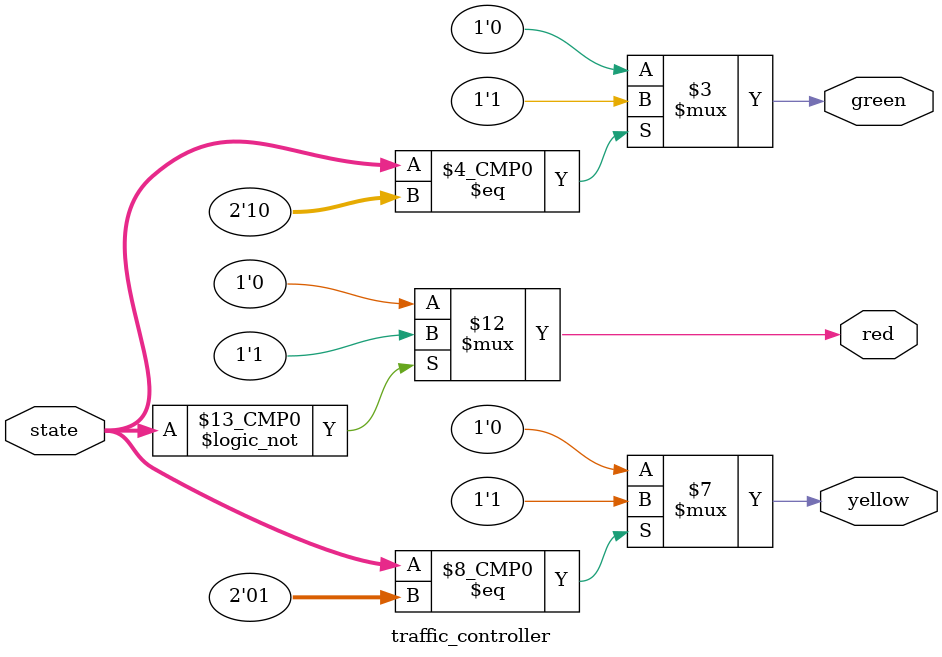
<source format=v>
module traffic_controller(
    input [1:0] state,
    output reg red,
    yellow,
    green
);
    always @(*) begin
        case (state)
            2'b00: begin
                red = 1;
                yellow = 0;
                green = 0;
            end
            2'b01: begin
                red = 0;
                yellow = 1;
                green = 0;
            end
            2'b10: begin
                red = 0;
                yellow = 0;
                green = 1;
            end
            default: begin
                red = 0;
                yellow = 0;
                green = 0;
            end
        endcase
    end
endmodule

</source>
